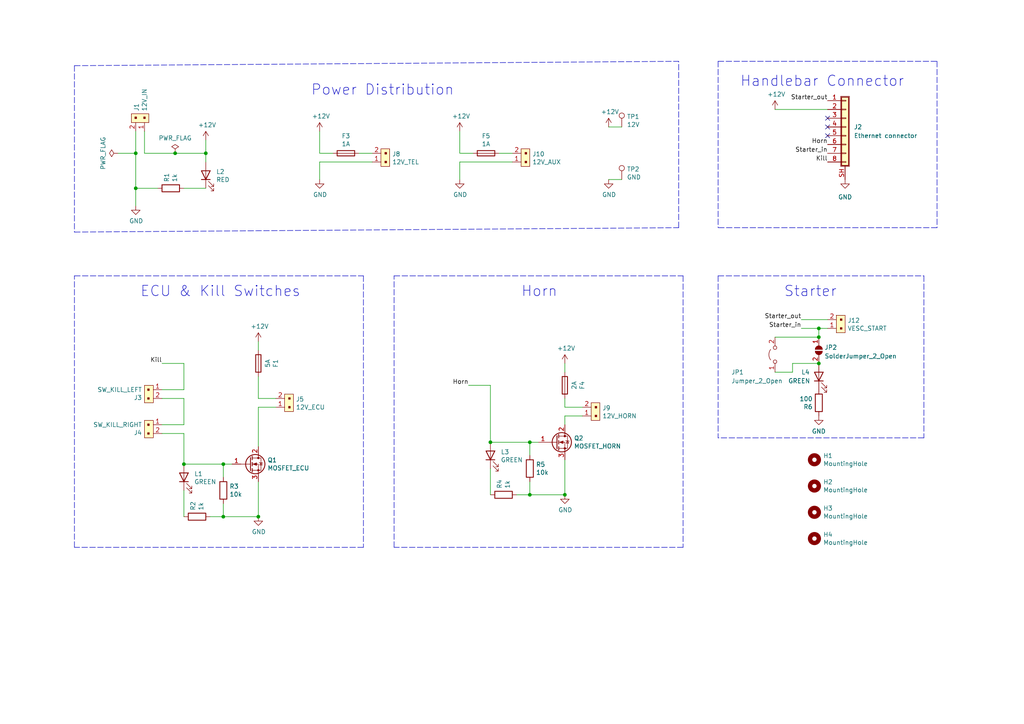
<source format=kicad_sch>
(kicad_sch (version 20211123) (generator eeschema)
  (paper "A4")
  (lib_symbols
    (symbol "Connector:TestPoint" (pin_numbers hide) (pin_names (offset 0.762) hide)
      (property "Reference" "TP" (at 0 6.858 0))
      (property "Value" "TestPoint" (at 0 5.08 0))
      (symbol "TestPoint_0_1"
        (circle (center 0 3.302) (radius 0.762))
      )
      (symbol "TestPoint_1_1"
        (pin passive line (at 0 0 90) (length 2.54) (name "1") (number "1"))
      )
    )
    (symbol "Connector_Generic_Shielded:Conn_01x08_Shielded" (pin_names (offset 1.016) hide)
      (property "Reference" "J" (at 0.254 9.906 0))
      (property "Value" "Conn_01x08_Shielded" (at 1.016 -12.446 0))
      (symbol "Conn_01x08_Shielded_1_1"
        (rectangle (start -1.27 8.89) (end 1.27 -11.43) (stroke (width 0.1524)))
        (rectangle (start -1.016 -10.033) (end 0.254 -10.287) (stroke (width 0.1524)))
        (rectangle (start -1.016 -7.493) (end 0.254 -7.747) (stroke (width 0.1524)))
        (rectangle (start -1.016 -4.953) (end 0.254 -5.207) (stroke (width 0.1524)))
        (rectangle (start -1.016 -2.413) (end 0.254 -2.667) (stroke (width 0.1524)))
        (rectangle (start -1.016 0.127) (end 0.254 -0.127) (stroke (width 0.1524)))
        (rectangle (start -1.016 2.667) (end 0.254 2.413) (stroke (width 0.1524)))
        (rectangle (start -1.016 5.207) (end 0.254 4.953) (stroke (width 0.1524)))
        (rectangle (start -1.016 7.747) (end 0.254 7.493) (stroke (width 0.1524)))
        (rectangle (start -1.016 8.636) (end 1.016 -11.176) (stroke (width 0.254)) (fill (type background)))
        (pin passive line (at -5.08 7.62 0) (length 4.064) (name "Pin_1") (number "1"))
        (pin passive line (at -5.08 5.08 0) (length 4.064) (name "Pin_2") (number "2"))
        (pin passive line (at -5.08 2.54 0) (length 4.064) (name "Pin_3") (number "3"))
        (pin passive line (at -5.08 0 0) (length 4.064) (name "Pin_4") (number "4"))
        (pin passive line (at -5.08 -2.54 0) (length 4.064) (name "Pin_5") (number "5"))
        (pin passive line (at -5.08 -5.08 0) (length 4.064) (name "Pin_6") (number "6"))
        (pin passive line (at -5.08 -7.62 0) (length 4.064) (name "Pin_7") (number "7"))
        (pin passive line (at -5.08 -10.16 0) (length 4.064) (name "Pin_8") (number "8"))
        (pin passive line (at 0 -15.24 90) (length 3.81) (name "Shield") (number "SH"))
      )
    )
    (symbol "Device:Fuse" (pin_numbers hide) (pin_names (offset 0))
      (property "Reference" "F" (at 2.032 0 90))
      (property "Value" "Fuse" (at -1.905 0 90))
      (symbol "Fuse_0_1"
        (rectangle (start -0.762 -2.54) (end 0.762 2.54) (stroke (width 0.254)))
        (polyline (pts (xy 0 2.54) (xy 0 -2.54)))
      )
      (symbol "Fuse_1_1"
        (pin passive line (at 0 3.81 270) (length 1.27) (name "~") (number "1"))
        (pin passive line (at 0 -3.81 90) (length 1.27) (name "~") (number "2"))
      )
    )
    (symbol "Device:LED" (pin_numbers hide) (pin_names (offset 1.016) hide)
      (property "Reference" "D" (at 0 2.54 0))
      (property "Value" "LED" (at 0 -2.54 0))
      (symbol "LED_0_1"
        (polyline (pts (xy -1.27 -1.27) (xy -1.27 1.27)) (stroke (width 0.254)))
        (polyline (pts (xy -1.27 0) (xy 1.27 0)))
        (polyline (pts (xy 1.27 -1.27) (xy 1.27 1.27) (xy -1.27 0) (xy 1.27 -1.27)) (stroke (width 0.254)))
        (polyline (pts (xy -3.048 -0.762) (xy -4.572 -2.286) (xy -3.81 -2.286) (xy -4.572 -2.286) (xy -4.572 -1.524)))
        (polyline (pts (xy -1.778 -0.762) (xy -3.302 -2.286) (xy -2.54 -2.286) (xy -3.302 -2.286) (xy -3.302 -1.524)))
      )
      (symbol "LED_1_1"
        (pin passive line (at -3.81 0 0) (length 2.54) (name "K") (number "1"))
        (pin passive line (at 3.81 0 180) (length 2.54) (name "A") (number "2"))
      )
    )
    (symbol "Device:Q_NMOS_GDS" (pin_names (offset 0) hide)
      (property "Reference" "Q" (at 5.08 1.27 0))
      (property "Value" "Q_NMOS_GDS" (at 5.08 -1.27 0))
      (symbol "Q_NMOS_GDS_0_1"
        (polyline (pts (xy 0.254 0) (xy -2.54 0)))
        (polyline (pts (xy 0.254 1.905) (xy 0.254 -1.905)) (stroke (width 0.254)))
        (polyline (pts (xy 0.762 -1.27) (xy 0.762 -2.286)) (stroke (width 0.254)))
        (polyline (pts (xy 0.762 0.508) (xy 0.762 -0.508)) (stroke (width 0.254)))
        (polyline (pts (xy 0.762 2.286) (xy 0.762 1.27)) (stroke (width 0.254)))
        (polyline (pts (xy 2.54 2.54) (xy 2.54 1.778)))
        (polyline (pts (xy 2.54 -2.54) (xy 2.54 0) (xy 0.762 0)))
        (polyline (pts (xy 0.762 -1.778) (xy 3.302 -1.778) (xy 3.302 1.778) (xy 0.762 1.778)))
        (polyline (pts (xy 1.016 0) (xy 2.032 0.381) (xy 2.032 -0.381) (xy 1.016 0)) (fill (type outline)))
        (polyline (pts (xy 2.794 0.508) (xy 2.921 0.381) (xy 3.683 0.381) (xy 3.81 0.254)))
        (polyline (pts (xy 3.302 0.381) (xy 2.921 -0.254) (xy 3.683 -0.254) (xy 3.302 0.381)))
        (circle (center 1.651 0) (radius 2.794) (stroke (width 0.254)))
        (circle (center 2.54 -1.778) (radius 0.254) (fill (type outline)))
        (circle (center 2.54 1.778) (radius 0.254) (fill (type outline)))
      )
      (symbol "Q_NMOS_GDS_1_1"
        (pin input line (at -5.08 0 0) (length 2.54) (name "G") (number "1"))
        (pin passive line (at 2.54 5.08 270) (length 2.54) (name "D") (number "2"))
        (pin passive line (at 2.54 -5.08 90) (length 2.54) (name "S") (number "3"))
      )
    )
    (symbol "Device:R" (pin_numbers hide) (pin_names (offset 0))
      (property "Reference" "R" (at 2.032 0 90))
      (property "Value" "R" (at 0 0 90))
      (symbol "R_0_1"
        (rectangle (start -1.016 -2.54) (end 1.016 2.54) (stroke (width 0.254)))
      )
      (symbol "R_1_1"
        (pin passive line (at 0 3.81 270) (length 1.27) (name "~") (number "1"))
        (pin passive line (at 0 -3.81 90) (length 1.27) (name "~") (number "2"))
      )
    )
    (symbol "Jumper:Jumper_2_Open" (pin_names (offset 0) hide)
      (property "Reference" "JP" (at 0 2.794 0))
      (property "Value" "Jumper_2_Open" (at 0 -2.286 0))
      (symbol "Jumper_2_Open_0_0"
        (circle (center -2.032 0) (radius 0.508))
        (circle (center 2.032 0) (radius 0.508))
      )
      (symbol "Jumper_2_Open_0_1"
        (arc (start 1.524 1.27) (mid 0 1.778) (end -1.524 1.27))
      )
      (symbol "Jumper_2_Open_1_1"
        (pin passive line (at -5.08 0 0) (length 2.54) (name "A") (number "1"))
        (pin passive line (at 5.08 0 180) (length 2.54) (name "B") (number "2"))
      )
    )
    (symbol "Jumper:SolderJumper_2_Open" (pin_names (offset 0) hide)
      (property "Reference" "JP" (at 0 2.032 0))
      (property "Value" "SolderJumper_2_Open" (at 0 -2.54 0))
      (symbol "SolderJumper_2_Open_0_1"
        (arc (start -0.254 1.016) (mid -1.27 0) (end -0.254 -1.016))
        (arc (start -0.254 1.016) (mid -1.27 0) (end -0.254 -1.016) (fill (type outline)))
        (polyline (pts (xy -0.254 1.016) (xy -0.254 -1.016)))
        (polyline (pts (xy 0.254 1.016) (xy 0.254 -1.016)))
        (arc (start 0.254 -1.016) (mid 1.27 0) (end 0.254 1.016))
        (arc (start 0.254 -1.016) (mid 1.27 0) (end 0.254 1.016) (fill (type outline)))
      )
      (symbol "SolderJumper_2_Open_1_1"
        (pin passive line (at -3.81 0 0) (length 2.54) (name "A") (number "1"))
        (pin passive line (at 3.81 0 180) (length 2.54) (name "B") (number "2"))
      )
    )
    (symbol "Mechanical:MountingHole" (pin_names (offset 1.016))
      (property "Reference" "H" (at 0 5.08 0))
      (property "Value" "MountingHole" (at 0 3.175 0))
      (symbol "MountingHole_0_1"
        (circle (center 0 0) (radius 1.27) (stroke (width 1.27)))
      )
    )
    (symbol "PROTO_PCB_2022-rescue:B2B-PH-K-S_LF__SN_-dk_Rectangular-Connectors-Headers-Male-Pins-Proto-PCB's-combined-rescue-Proto-PCB's-combined-rescue" (pin_names (offset 1.016))
      (property "Reference" "J" (at -2.54 1.27 0))
      (property "Value" "B2B-PH-K-S_LF__SN_-dk_Rectangular-Connectors-Headers-Male-Pins-Proto-PCB's-combined-rescue-Proto-PCB's-combined-rescue" (at 1.27 -3.81 0))
      (symbol "B2B-PH-K-S_LF__SN_-dk_Rectangular-Connectors-Headers-Male-Pins-Proto-PCB's-combined-rescue-Proto-PCB's-combined-rescue_1_1"
        (rectangle (start -1.27 0) (end 3.81 -2.54) (fill (type background)))
        (rectangle (start -0.254 -1.143) (end 0.254 -1.651) (fill (type outline)))
        (rectangle (start 2.286 -1.143) (end 2.794 -1.651) (fill (type outline)))
        (pin passive line (at 0 2.54 270) (length 2.54) (name "~") (number "1"))
        (pin passive line (at 2.54 2.54 270) (length 2.54) (name "~") (number "2"))
      )
    )
    (symbol "power:+12V" (power) (pin_names (offset 0))
      (property "Value" "+12V" (at 0 3.556 0))
      (symbol "+12V_0_1"
        (polyline (pts (xy -0.762 1.27) (xy 0 2.54)))
        (polyline (pts (xy 0 0) (xy 0 2.54)))
        (polyline (pts (xy 0 2.54) (xy 0.762 1.27)))
      )
      (symbol "+12V_1_1"
        (pin power_in line (at 0 0 90) (length 0) hide (name "+12V") (number "1"))
      )
    )
    (symbol "power:GND" (power) (pin_names (offset 0))
      (property "Value" "GND" (at 0 -3.81 0))
      (symbol "GND_0_1"
        (polyline (pts (xy 0 0) (xy 0 -1.27) (xy 1.27 -1.27) (xy 0 -2.54) (xy -1.27 -1.27) (xy 0 -1.27)))
      )
      (symbol "GND_1_1"
        (pin power_in line (at 0 0 270) (length 0) hide (name "GND") (number "1"))
      )
    )
    (symbol "power:PWR_FLAG" (power) (pin_numbers hide) (pin_names (offset 0) hide)
      (property "Value" "PWR_FLAG" (at 0 3.81 0))
      (symbol "PWR_FLAG_0_0"
        (pin power_out line (at 0 0 90) (length 0) (name "pwr") (number "1"))
      )
      (symbol "PWR_FLAG_0_1"
        (polyline (pts (xy 0 0) (xy 0 1.27) (xy -1.016 1.905) (xy 0 2.54) (xy 1.016 1.905) (xy 0 1.27)))
      )
    )
  )
  (junction (at 53.34 134.62))
  (junction (at 153.67 143.51))
  (junction (at 39.37 44.45))
  (junction (at 153.67 128.27))
  (junction (at 142.24 128.27))
  (junction (at 237.49 105.41))
  (junction (at 64.77 149.86))
  (junction (at 237.49 97.79))
  (junction (at 50.8 44.45))
  (junction (at 163.83 143.51))
  (junction (at 237.49 95.25))
  (junction (at 64.77 134.62))
  (junction (at 74.93 149.86))
  (junction (at 59.69 44.45))
  (junction (at 39.37 54.61))
  (no_connect (at 240.03 39.37))
  (no_connect (at 240.03 34.29))
  (no_connect (at 240.03 36.83))
  (wire (pts (xy 224.79 107.95) (xy 229.87 107.95)))
  (wire (pts (xy 59.69 44.45) (xy 59.69 40.64)))
  (wire (pts (xy 156.21 128.27) (xy 153.67 128.27)))
  (wire (pts (xy 153.67 139.7) (xy 153.67 143.51)))
  (wire (pts (xy 74.93 118.11) (xy 74.93 129.54)))
  (wire (pts (xy 133.35 38.1) (xy 133.35 44.45)))
  (polyline (pts (xy 114.3 80.01) (xy 198.12 80.01)))
  (wire (pts (xy 153.67 128.27) (xy 153.67 132.08)))
  (wire (pts (xy 53.34 134.62) (xy 64.77 134.62)))
  (wire (pts (xy 163.83 118.11) (xy 168.91 118.11)))
  (wire (pts (xy 232.41 92.71) (xy 240.03 92.71)))
  (wire (pts (xy 41.91 44.45) (xy 50.8 44.45)))
  (polyline (pts (xy 271.78 17.78) (xy 271.78 66.04)))
  (wire (pts (xy 46.99 105.41) (xy 53.34 105.41)))
  (wire (pts (xy 53.34 123.19) (xy 46.99 123.19)))
  (polyline (pts (xy 105.41 158.75) (xy 21.59 158.75)))
  (wire (pts (xy 224.79 97.79) (xy 237.49 97.79)))
  (wire (pts (xy 74.93 115.57) (xy 80.01 115.57)))
  (wire (pts (xy 176.53 36.83) (xy 180.34 36.83)))
  (wire (pts (xy 163.83 120.65) (xy 163.83 123.19)))
  (polyline (pts (xy 198.12 80.01) (xy 198.12 158.75)))
  (wire (pts (xy 163.83 115.57) (xy 163.83 118.11)))
  (wire (pts (xy 53.34 113.03) (xy 46.99 113.03)))
  (wire (pts (xy 92.71 38.1) (xy 92.71 44.45)))
  (wire (pts (xy 153.67 143.51) (xy 163.83 143.51)))
  (polyline (pts (xy 208.28 17.78) (xy 208.28 66.04)))
  (wire (pts (xy 34.29 44.45) (xy 39.37 44.45)))
  (wire (pts (xy 142.24 128.27) (xy 153.67 128.27)))
  (wire (pts (xy 39.37 44.45) (xy 39.37 54.61)))
  (polyline (pts (xy 267.97 80.01) (xy 267.97 127)))
  (wire (pts (xy 92.71 46.99) (xy 92.71 52.07)))
  (wire (pts (xy 133.35 46.99) (xy 133.35 52.07)))
  (wire (pts (xy 60.96 149.86) (xy 64.77 149.86)))
  (wire (pts (xy 148.59 46.99) (xy 133.35 46.99)))
  (wire (pts (xy 53.34 142.24) (xy 53.34 149.86)))
  (wire (pts (xy 104.14 44.45) (xy 107.95 44.45)))
  (polyline (pts (xy 196.85 66.04) (xy 196.85 17.78)))
  (polyline (pts (xy 208.28 80.01) (xy 267.97 80.01)))
  (wire (pts (xy 229.87 107.95) (xy 229.87 105.41)))
  (wire (pts (xy 80.01 118.11) (xy 74.93 118.11)))
  (wire (pts (xy 74.93 99.06) (xy 74.93 101.6)))
  (wire (pts (xy 142.24 111.76) (xy 142.24 128.27)))
  (wire (pts (xy 229.87 105.41) (xy 237.49 105.41)))
  (wire (pts (xy 176.53 52.07) (xy 180.34 52.07)))
  (wire (pts (xy 39.37 38.1) (xy 39.37 44.45)))
  (wire (pts (xy 59.69 44.45) (xy 59.69 46.99)))
  (polyline (pts (xy 21.59 158.75) (xy 21.59 80.01)))
  (polyline (pts (xy 21.59 19.05) (xy 21.59 67.31)))
  (wire (pts (xy 74.93 109.22) (xy 74.93 115.57)))
  (polyline (pts (xy 198.12 158.75) (xy 114.3 158.75)))
  (wire (pts (xy 53.34 105.41) (xy 53.34 113.03)))
  (wire (pts (xy 135.89 111.76) (xy 142.24 111.76)))
  (wire (pts (xy 53.34 125.73) (xy 53.34 134.62)))
  (wire (pts (xy 53.34 115.57) (xy 53.34 123.19)))
  (wire (pts (xy 50.8 44.45) (xy 59.69 44.45)))
  (wire (pts (xy 41.91 38.1) (xy 41.91 44.45)))
  (wire (pts (xy 64.77 134.62) (xy 64.77 138.43)))
  (wire (pts (xy 232.41 95.25) (xy 237.49 95.25)))
  (wire (pts (xy 64.77 149.86) (xy 74.93 149.86)))
  (wire (pts (xy 46.99 115.57) (xy 53.34 115.57)))
  (wire (pts (xy 74.93 139.7) (xy 74.93 149.86)))
  (wire (pts (xy 224.79 31.75) (xy 240.03 31.75)))
  (wire (pts (xy 92.71 44.45) (xy 96.52 44.45)))
  (polyline (pts (xy 105.41 80.01) (xy 105.41 158.75)))
  (polyline (pts (xy 21.59 80.01) (xy 105.41 80.01)))
  (wire (pts (xy 64.77 146.05) (xy 64.77 149.86)))
  (wire (pts (xy 142.24 135.89) (xy 142.24 143.51)))
  (polyline (pts (xy 267.97 127) (xy 208.28 127)))
  (wire (pts (xy 39.37 54.61) (xy 39.37 59.69)))
  (wire (pts (xy 168.91 120.65) (xy 163.83 120.65)))
  (polyline (pts (xy 21.59 19.05) (xy 196.85 17.78)))
  (polyline (pts (xy 114.3 158.75) (xy 114.3 80.01)))
  (wire (pts (xy 149.86 143.51) (xy 153.67 143.51)))
  (wire (pts (xy 133.35 44.45) (xy 137.16 44.45)))
  (wire (pts (xy 237.49 95.25) (xy 237.49 97.79)))
  (wire (pts (xy 163.83 133.35) (xy 163.83 143.51)))
  (wire (pts (xy 237.49 95.25) (xy 240.03 95.25)))
  (wire (pts (xy 163.83 105.41) (xy 163.83 107.95)))
  (polyline (pts (xy 271.78 66.04) (xy 208.28 66.04)))
  (wire (pts (xy 67.31 134.62) (xy 64.77 134.62)))
  (polyline (pts (xy 21.59 67.31) (xy 196.85 66.04)))
  (polyline (pts (xy 208.28 80.01) (xy 208.28 127)))
  (wire (pts (xy 46.99 125.73) (xy 53.34 125.73)))
  (wire (pts (xy 144.78 44.45) (xy 148.59 44.45)))
  (wire (pts (xy 59.69 54.61) (xy 53.34 54.61)))
  (polyline (pts (xy 208.28 17.78) (xy 271.78 17.78)))
  (wire (pts (xy 107.95 46.99) (xy 92.71 46.99)))
  (wire (pts (xy 45.72 54.61) (xy 39.37 54.61)))
  (text "Horn" (at 151.13 86.36 0) (effects (font (size 2.9972 2.9972)) (justify left bottom)))
  (text "Handlebar Connector" (at 214.63 25.4 0) (effects (font (size 2.9972 2.9972)) (justify left bottom)))
  (text "Starter" (at 227.33 86.36 0) (effects (font (size 2.9972 2.9972)) (justify left bottom)))
  (text "ECU & Kill Switches" (at 40.64 86.36 0) (effects (font (size 2.9972 2.9972)) (justify left bottom)))
  (text "Power Distribution" (at 90.17 27.94 0) (effects (font (size 2.9972 2.9972)) (justify left bottom)))
  (label "Starter_in" (at 232.41 95.25 180))
  (label "Starter_out" (at 232.41 92.71 180))
  (label "Horn" (at 240.03 41.91 180))
  (label "Kill" (at 46.99 105.41 180))
  (label "Starter_out" (at 240.03 29.21 180))
  (label "Horn" (at 135.89 111.76 180))
  (label "Starter_in" (at 240.03 44.45 180))
  (label "Kill" (at 240.03 46.99 180))
  (symbol (lib_id "power:GND") (at 39.37 59.69 0) (unit 1)
    (property "Reference" "#PWR01" (effects hide))
    (property "Value" "GND" (at 39.497 64.0842 0))
  )
  (symbol (lib_id "power:PWR_FLAG") (at 50.8 44.45 0) (unit 1)
    (property "Reference" "#FLG02" (effects hide))
    (property "Value" "PWR_FLAG" (at 50.8 40.0558 0))
  )
  (symbol (lib_id "Connector:TestPoint") (at 180.34 52.07 0) (unit 1)
    (property "Reference" "TP2" (at 181.8132 49.0728 0) (effects (justify left)))
    (property "Value" "GND" (at 181.8132 51.3842 0) (effects (justify left)))
    (property "Footprint" "TestPoint:TestPoint_Keystone_5015_Micro-Minature" (effects hide))
  )
  (symbol (lib_id "Connector:TestPoint") (at 180.34 36.83 0) (unit 1)
    (property "Reference" "TP1" (at 181.8132 33.8328 0) (effects (justify left)))
    (property "Value" "12V" (at 181.8132 36.1442 0) (effects (justify left)))
    (property "Footprint" "TestPoint:TestPoint_Keystone_5015_Micro-Minature" (effects hide))
  )
  (symbol (lib_id "power:+12V") (at 176.53 36.83 0) (unit 1)
    (property "Reference" "#PWR015" (effects hide))
    (property "Value" "+12V" (at 176.911 32.4358 0))
  )
  (symbol (lib_id "power:GND") (at 176.53 52.07 0) (unit 1)
    (property "Reference" "#PWR016" (effects hide))
    (property "Value" "GND" (at 176.657 56.4642 0))
  )
  (symbol (lib_id "power:+12V") (at 59.69 40.64 0) (unit 1)
    (property "Reference" "#PWR03" (effects hide))
    (property "Value" "+12V" (at 60.071 36.2458 0))
  )
  (symbol (lib_id "Mechanical:MountingHole") (at 236.22 133.35 0) (unit 1)
    (property "Reference" "H1" (at 238.76 132.1816 0) (effects (justify left)))
    (property "Value" "MountingHole" (at 238.76 134.493 0) (effects (justify left)))
    (property "Footprint" "MountingHole:MountingHole_3.2mm_M3" (effects hide))
  )
  (symbol (lib_id "Mechanical:MountingHole") (at 236.22 140.97 0) (unit 1)
    (property "Reference" "H2" (at 238.76 139.8016 0) (effects (justify left)))
    (property "Value" "MountingHole" (at 238.76 142.113 0) (effects (justify left)))
    (property "Footprint" "MountingHole:MountingHole_3.2mm_M3" (effects hide))
  )
  (symbol (lib_id "Device:R") (at 237.49 116.84 180) (unit 1)
    (property "Reference" "R6" (at 235.712 118.0084 0) (effects (justify left)))
    (property "Value" "100" (at 235.712 115.697 0) (effects (justify left)))
    (property "Footprint" "Resistor_SMD:R_1206_3216Metric" (effects hide))
    (property "Datasheet" "https://www.digikey.ca/en/products/detail/stackpole-electronics-inc/RMCF1206FT100R/1759677" (effects hide))
  )
  (symbol (lib_id "Device:LED") (at 237.49 109.22 90) (unit 1)
    (property "Reference" "L4" (at 232.41 107.95 90) (effects (justify right)))
    (property "Value" "GREEN" (at 228.6 110.49 90) (effects (justify right)))
    (property "Footprint" "LED_SMD:LED_1206_3216Metric" (effects hide))
    (property "Datasheet" "https://www.digikey.ca/en/products/detail/lite-on-inc/LTST-C230KGKT/386855" (effects hide))
  )
  (symbol (lib_id "Device:Fuse") (at 100.33 44.45 270) (unit 1)
    (property "Reference" "F3" (at 100.33 39.4462 90))
    (property "Value" "1A" (at 100.33 41.7576 90))
    (property "Footprint" "Fuse:Fuseholder_Blade_Mini_Keystone_3568" (effects hide))
    (property "Datasheet" "https://www.digikey.ca/en/products/detail/keystone-electronics/3568/2137306" (effects hide))
  )
  (symbol (lib_id "Mechanical:MountingHole") (at 236.22 148.59 0) (unit 1)
    (property "Reference" "H3" (at 238.76 147.4216 0) (effects (justify left)))
    (property "Value" "MountingHole" (at 238.76 149.733 0) (effects (justify left)))
    (property "Footprint" "MountingHole:MountingHole_3.2mm_M3" (effects hide))
  )
  (symbol (lib_id "Mechanical:MountingHole") (at 236.22 156.21 0) (unit 1)
    (property "Reference" "H4" (at 238.76 155.0416 0) (effects (justify left)))
    (property "Value" "MountingHole" (at 238.76 157.353 0) (effects (justify left)))
    (property "Footprint" "MountingHole:MountingHole_3.2mm_M3" (effects hide))
  )
  (symbol (lib_id "PROTO_PCB_2022-rescue:B2B-PH-K-S_LF__SN_-dk_Rectangular-Connectors-Headers-Male-Pins-Proto-PCB's-combined-rescue-Proto-PCB's-combined-rescue") (at 41.91 35.56 180) (unit 1)
    (property "Reference" "J1" (at 39.5986 32.3088 90) (effects (justify right)))
    (property "Value" "12V_IN" (at 41.91 32.3088 90) (effects (justify right)))
    (property "Footprint" "Footprint Library:MOLEX_2002411212" (effects hide))
    (property "Datasheet" "https://www.digikey.ca/en/products/detail/molex/2002411212/10709048?s=N4IgTCBcDa4AxzAFgIwrOkBdAvkA" (effects hide))
  )
  (symbol (lib_id "PROTO_PCB_2022-rescue:B2B-PH-K-S_LF__SN_-dk_Rectangular-Connectors-Headers-Male-Pins-Proto-PCB's-combined-rescue-Proto-PCB's-combined-rescue") (at 151.13 46.99 90) (unit 1)
    (property "Reference" "J10" (at 154.3812 44.6786 90) (effects (justify right)))
    (property "Value" "12V_AUX" (at 154.3812 46.99 90) (effects (justify right)))
    (property "Footprint" "Connector_Molex:Molex_Micro-Fit_3.0_43650-0200_1x02_P3.00mm_Horizontal" (effects hide))
    (property "Datasheet" "https://www.digikey.ca/en/products/detail/molex/0436500200/268989" (effects hide))
  )
  (symbol (lib_id "power:+12V") (at 133.35 38.1 0) (unit 1)
    (property "Reference" "#PWR013" (effects hide))
    (property "Value" "+12V" (at 133.731 33.7058 0))
  )
  (symbol (lib_id "power:GND") (at 133.35 52.07 0) (unit 1)
    (property "Reference" "#PWR014" (effects hide))
    (property "Value" "GND" (at 133.477 56.4642 0))
  )
  (symbol (lib_id "Device:Fuse") (at 140.97 44.45 270) (unit 1)
    (property "Reference" "F5" (at 140.97 39.4462 90))
    (property "Value" "1A" (at 140.97 41.7576 90))
    (property "Footprint" "Fuse:Fuseholder_Blade_Mini_Keystone_3568" (effects hide))
    (property "Datasheet" "https://www.digikey.ca/en/products/detail/keystone-electronics/3568/2137306" (effects hide))
  )
  (symbol (lib_id "PROTO_PCB_2022-rescue:B2B-PH-K-S_LF__SN_-dk_Rectangular-Connectors-Headers-Male-Pins-Proto-PCB's-combined-rescue-Proto-PCB's-combined-rescue") (at 110.49 46.99 90) (unit 1)
    (property "Reference" "J8" (at 113.7412 44.6786 90) (effects (justify right)))
    (property "Value" "12V_TEL" (at 113.7412 46.99 90) (effects (justify right)))
    (property "Footprint" "Connector_Molex:Molex_Micro-Fit_3.0_43650-0200_1x02_P3.00mm_Horizontal" (effects hide))
    (property "Datasheet" "https://www.digikey.ca/en/products/detail/molex/0436500200/268989" (effects hide))
  )
  (symbol (lib_id "power:+12V") (at 92.71 38.1 0) (unit 1)
    (property "Reference" "#PWR08" (effects hide))
    (property "Value" "+12V" (at 93.091 33.7058 0))
  )
  (symbol (lib_id "power:GND") (at 92.71 52.07 0) (unit 1)
    (property "Reference" "#PWR09" (effects hide))
    (property "Value" "GND" (at 92.837 56.4642 0))
  )
  (symbol (lib_id "PROTO_PCB_2022-rescue:B2B-PH-K-S_LF__SN_-dk_Rectangular-Connectors-Headers-Male-Pins-Proto-PCB's-combined-rescue-Proto-PCB's-combined-rescue") (at 44.45 113.03 270) (unit 1)
    (property "Reference" "J3" (at 41.1988 115.3414 90) (effects (justify right)))
    (property "Value" "SW_KILL_LEFT" (at 41.1988 113.03 90) (effects (justify right)))
    (property "Footprint" "Connector_Molex:Molex_Micro-Fit_3.0_43650-0200_1x02_P3.00mm_Horizontal" (effects hide))
    (property "Datasheet" "https://www.digikey.ca/en/products/detail/molex/0436500200/268989" (effects hide))
  )
  (symbol (lib_id "PROTO_PCB_2022-rescue:B2B-PH-K-S_LF__SN_-dk_Rectangular-Connectors-Headers-Male-Pins-Proto-PCB's-combined-rescue-Proto-PCB's-combined-rescue") (at 44.45 123.19 270) (unit 1)
    (property "Reference" "J4" (at 41.1988 125.5014 90) (effects (justify right)))
    (property "Value" "SW_KILL_RIGHT" (at 41.1988 123.19 90) (effects (justify right)))
    (property "Footprint" "Connector_Molex:Molex_Micro-Fit_3.0_43650-0200_1x02_P3.00mm_Horizontal" (effects hide))
    (property "Datasheet" "https://www.digikey.ca/en/products/detail/molex/0436500200/268989" (effects hide))
  )
  (symbol (lib_id "Device:R") (at 64.77 142.24 0) (unit 1)
    (property "Reference" "R3" (at 66.548 141.0716 0) (effects (justify left)))
    (property "Value" "10k" (at 66.548 143.383 0) (effects (justify left)))
    (property "Footprint" "Resistor_SMD:R_1206_3216Metric" (effects hide))
    (property "Datasheet" "https://www.digikey.ca/en/products/detail/stackpole-electronics-inc/RMCF1206FT10K0/1759669?s=N4IgjCBcoExaBjKAzAhgGwM4FMA0IB7KAbXADYBWAFgGYQBdfABwBcoQBlFgJwEsA7AOYgAvvjrQQSSGix5CJcGBoRGIVuy58ho-GDLwpKDDnxFIpABw0A7GFXM2kTjwHCxIGAAZLFQ9NlTBQtwLwACAGsAeQALAFtMBkd2AFV%2BXhYo5ABZbFRMAFdubF0QAFoISQCTeXNSGxpLBg8yuCqoHgLaxT96FoBOfw7uLrNFVRFJoA" (effects hide))
  )
  (symbol (lib_id "power:GND") (at 74.93 149.86 0) (unit 1)
    (property "Reference" "#PWR05" (effects hide))
    (property "Value" "GND" (at 75.057 154.2542 0))
  )
  (symbol (lib_id "Device:Q_NMOS_GDS") (at 72.39 134.62 0) (unit 1)
    (property "Reference" "Q1" (at 77.5716 133.4516 0) (effects (justify left)))
    (property "Value" "MOSFET_ECU" (at 77.5716 135.763 0) (effects (justify left)))
    (property "Footprint" "Package_TO_SOT_SMD:TO-252-3_TabPin2" (effects hide))
    (property "Datasheet" "https://www.digikey.ca/en/products/detail/infineon-technologies/IRFR120ZTRPBF/1928290" (effects hide))
  )
  (symbol (lib_id "Device:LED") (at 53.34 138.43 90) (unit 1)
    (property "Reference" "L1" (at 56.3372 137.4394 90) (effects (justify right)))
    (property "Value" "GREEN" (at 56.3372 139.7508 90) (effects (justify right)))
    (property "Footprint" "LED_SMD:LED_1206_3216Metric" (effects hide))
    (property "Datasheet" "https://www.digikey.ca/en/products/detail/lite-on-inc/LTST-C230KGKT/386855" (effects hide))
  )
  (symbol (lib_id "Device:R") (at 57.15 149.86 90) (unit 1)
    (property "Reference" "R2" (at 55.9816 148.082 0) (effects (justify left)))
    (property "Value" "1k" (at 58.293 148.082 0) (effects (justify left)))
    (property "Footprint" "Resistor_SMD:R_1206_3216Metric" (effects hide))
    (property "Datasheet" "https://www.digikey.ca/en/products/detail/stackpole-electronics-inc/RMCF1206FT1K00/1759616" (effects hide))
  )
  (symbol (lib_id "PROTO_PCB_2022-rescue:B2B-PH-K-S_LF__SN_-dk_Rectangular-Connectors-Headers-Male-Pins-Proto-PCB's-combined-rescue-Proto-PCB's-combined-rescue") (at 82.55 118.11 90) (unit 1)
    (property "Reference" "J5" (at 85.8012 115.7986 90) (effects (justify right)))
    (property "Value" "12V_ECU" (at 85.8012 118.11 90) (effects (justify right)))
    (property "Footprint" "Connector_Molex:Molex_Micro-Fit_3.0_43650-0200_1x02_P3.00mm_Horizontal" (effects hide))
    (property "Datasheet" "https://www.digikey.ca/en/products/detail/molex/0436500200/268989" (effects hide))
  )
  (symbol (lib_id "power:+12V") (at 74.93 99.06 0) (unit 1)
    (property "Reference" "#PWR04" (effects hide))
    (property "Value" "+12V" (at 75.311 94.6658 0))
  )
  (symbol (lib_id "Device:Fuse") (at 74.93 105.41 180) (unit 1)
    (property "Reference" "F1" (at 79.9338 105.41 90))
    (property "Value" "5A" (at 77.6224 105.41 90))
    (property "Footprint" "Fuse:Fuseholder_Blade_Mini_Keystone_3568" (effects hide))
    (property "Datasheet" "https://www.digikey.ca/en/products/detail/keystone-electronics/3568/2137306" (effects hide))
  )
  (symbol (lib_id "Device:R") (at 153.67 135.89 0) (unit 1)
    (property "Reference" "R5" (at 155.448 134.7216 0) (effects (justify left)))
    (property "Value" "10k" (at 155.448 137.033 0) (effects (justify left)))
    (property "Footprint" "Resistor_SMD:R_1206_3216Metric" (effects hide))
    (property "Datasheet" "https://www.digikey.ca/en/products/detail/stackpole-electronics-inc/RMCF1206FT10K0/1759669?s=N4IgjCBcoExaBjKAzAhgGwM4FMA0IB7KAbXADYBWAFgGYQBdfABwBcoQBlFgJwEsA7AOYgAvvjrQQSSGix5CJcGBoRGIVuy58ho-GDLwpKDDnxFIpABw0A7GFXM2kTjwHCxIGAAZLFQ9NlTBQtwLwACAGsAeQALAFtMBkd2AFV%2BXhYo5ABZbFRMAFdubF0QAFoISQCTeXNSGxpLBg8yuCqoHgLaxT96FoBOfw7uLrNFVRFJoA" (effects hide))
  )
  (symbol (lib_id "power:GND") (at 163.83 143.51 0) (unit 1)
    (property "Reference" "#PWR012" (effects hide))
    (property "Value" "GND" (at 163.957 147.9042 0))
  )
  (symbol (lib_id "Device:Q_NMOS_GDS") (at 161.29 128.27 0) (unit 1)
    (property "Reference" "Q2" (at 166.4716 127.1016 0) (effects (justify left)))
    (property "Value" "MOSFET_HORN" (at 166.4716 129.413 0) (effects (justify left)))
    (property "Footprint" "Package_TO_SOT_SMD:TO-252-3_TabPin2" (effects hide))
    (property "Datasheet" "https://www.digikey.ca/en/products/detail/infineon-technologies/IRFR120ZTRPBF/1928290" (effects hide))
  )
  (symbol (lib_id "Device:LED") (at 142.24 132.08 90) (unit 1)
    (property "Reference" "L3" (at 145.2372 131.0894 90) (effects (justify right)))
    (property "Value" "GREEN" (at 145.2372 133.4008 90) (effects (justify right)))
    (property "Footprint" "LED_SMD:LED_1206_3216Metric" (effects hide))
    (property "Datasheet" "https://www.digikey.ca/en/products/detail/lite-on-inc/LTST-C230KGKT/386855" (effects hide))
  )
  (symbol (lib_id "Device:R") (at 146.05 143.51 90) (unit 1)
    (property "Reference" "R4" (at 144.8816 141.732 0) (effects (justify left)))
    (property "Value" "1k" (at 147.193 141.732 0) (effects (justify left)))
    (property "Footprint" "Resistor_SMD:R_1206_3216Metric" (effects hide))
    (property "Datasheet" "https://www.digikey.ca/en/products/detail/stackpole-electronics-inc/RMCF1206FT1K00/1759616" (effects hide))
  )
  (symbol (lib_id "PROTO_PCB_2022-rescue:B2B-PH-K-S_LF__SN_-dk_Rectangular-Connectors-Headers-Male-Pins-Proto-PCB's-combined-rescue-Proto-PCB's-combined-rescue") (at 171.45 120.65 90) (unit 1)
    (property "Reference" "J9" (at 174.7012 118.3386 90) (effects (justify right)))
    (property "Value" "12V_HORN" (at 174.7012 120.65 90) (effects (justify right)))
    (property "Footprint" "Connector_Molex:Molex_Micro-Fit_3.0_43650-0200_1x02_P3.00mm_Horizontal" (effects hide))
    (property "Datasheet" "https://www.digikey.ca/en/products/detail/molex/0436500200/268989" (effects hide))
  )
  (symbol (lib_id "power:+12V") (at 163.83 105.41 0) (unit 1)
    (property "Reference" "#PWR011" (effects hide))
    (property "Value" "+12V" (at 164.211 101.0158 0))
  )
  (symbol (lib_id "Device:Fuse") (at 163.83 111.76 180) (unit 1)
    (property "Reference" "F4" (at 168.8338 111.76 90))
    (property "Value" "2A" (at 166.5224 111.76 90))
    (property "Footprint" "Fuse:Fuseholder_Blade_Mini_Keystone_3568" (effects hide))
    (property "Datasheet" "https://www.digikey.ca/en/products/detail/keystone-electronics/3568/2137306" (effects hide))
  )
  (symbol (lib_id "Device:LED") (at 59.69 50.8 90) (unit 1)
    (property "Reference" "L2" (at 62.6872 49.8094 90) (effects (justify right)))
    (property "Value" "RED" (at 62.6872 52.1208 90) (effects (justify right)))
    (property "Footprint" "LED_SMD:LED_1206_3216Metric" (effects hide))
    (property "Datasheet" "https://www.digikey.ca/en/products/detail/lite-on-inc/LTST-C230KRKT/386857" (effects hide))
  )
  (symbol (lib_id "Device:R") (at 49.53 54.61 90) (unit 1)
    (property "Reference" "R1" (at 48.3616 52.832 0) (effects (justify left)))
    (property "Value" "1k" (at 50.673 52.832 0) (effects (justify left)))
    (property "Footprint" "Resistor_SMD:R_1206_3216Metric" (effects hide))
    (property "Datasheet" "https://www.digikey.ca/en/products/detail/stackpole-electronics-inc/RMCF1206FT1K00/1759616" (effects hide))
  )
  (symbol (lib_id "PROTO_PCB_2022-rescue:B2B-PH-K-S_LF__SN_-dk_Rectangular-Connectors-Headers-Male-Pins-Proto-PCB's-combined-rescue-Proto-PCB's-combined-rescue") (at 242.57 95.25 90) (unit 1)
    (property "Reference" "J12" (at 245.8212 92.9386 90) (effects (justify right)))
    (property "Value" "VESC_START" (at 245.8212 95.25 90) (effects (justify right)))
    (property "Footprint" "Connector_Molex:Molex_Micro-Fit_3.0_43650-0200_1x02_P3.00mm_Horizontal" (effects hide))
    (property "Datasheet" "https://www.digikey.ca/en/products/detail/molex/0436500200/268989" (effects hide))
  )
  (symbol (lib_id "power:PWR_FLAG") (at 34.29 44.45 90) (unit 1)
    (property "Reference" "#FLG01" (effects hide))
    (property "Value" "PWR_FLAG" (at 29.8958 44.45 0))
  )
  (symbol (lib_id "power:+12V") (at 224.79 31.75 0) (unit 1)
    (property "Reference" "#PWR0101" (effects hide))
    (property "Value" "+12V" (at 225.171 27.3558 0))
  )
  (symbol (lib_id "power:GND") (at 237.49 120.65 0) (unit 1)
    (property "Reference" "#PWR06" (effects hide))
    (property "Value" "GND" (at 237.49 125.0934 0))
  )
  (symbol (lib_id "Jumper:Jumper_2_Open") (at 224.79 102.87 90) (unit 1)
    (property "Reference" "JP1" (at 212.09 107.9531 90) (effects (justify right)))
    (property "Value" "Jumper_2_Open" (at 212.09 110.49 90) (effects (justify right)))
    (property "Footprint" "Connector_PinSocket_2.54mm:PinSocket_1x02_P2.54mm_Vertical" (effects hide))
  )
  (symbol (lib_id "power:GND") (at 245.11 52.07 0) (unit 1)
    (property "Reference" "#PWR07" (effects hide))
    (property "Value" "GND" (at 245.11 57.15 0))
  )
  (symbol (lib_id "Jumper:SolderJumper_2_Open") (at 237.49 101.6 270) (unit 1)
    (property "Reference" "JP2" (at 239.141 100.7653 90) (effects (justify left)))
    (property "Value" "SolderJumper_2_Open" (at 239.141 103.3022 90) (effects (justify left)))
    (property "Footprint" "Jumper:SolderJumper-2_P1.3mm_Open_TrianglePad1.0x1.5mm" (effects hide))
  )
  (symbol (lib_id "Connector_Generic_Shielded:Conn_01x08_Shielded") (at 245.11 36.83 0) (unit 1)
    (property "Reference" "J2" (at 247.65 36.8299 0) (effects (justify left)))
    (property "Value" "Ethernet connector" (at 247.65 39.3699 0) (effects (justify left)))
    (property "Footprint" "Connector_RJ:RJ45_Amphenol_RJHSE5380" (effects hide))
  )
)
</source>
